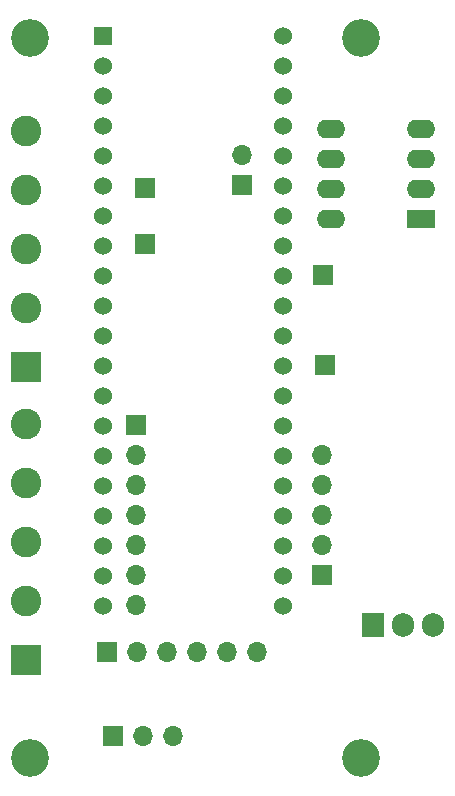
<source format=gbr>
%TF.GenerationSoftware,KiCad,Pcbnew,8.0.2-8.0.2-0~ubuntu22.04.1*%
%TF.CreationDate,2024-05-22T12:01:21+02:00*%
%TF.ProjectId,Tachoconverter,54616368-6f63-46f6-9e76-65727465722e,rev?*%
%TF.SameCoordinates,Original*%
%TF.FileFunction,Soldermask,Top*%
%TF.FilePolarity,Negative*%
%FSLAX46Y46*%
G04 Gerber Fmt 4.6, Leading zero omitted, Abs format (unit mm)*
G04 Created by KiCad (PCBNEW 8.0.2-8.0.2-0~ubuntu22.04.1) date 2024-05-22 12:01:21*
%MOMM*%
%LPD*%
G01*
G04 APERTURE LIST*
%ADD10R,1.905000X2.000000*%
%ADD11O,1.905000X2.000000*%
%ADD12R,1.700000X1.700000*%
%ADD13O,1.700000X1.700000*%
%ADD14C,3.200000*%
%ADD15R,2.600000X2.600000*%
%ADD16C,2.600000*%
%ADD17R,2.400000X1.600000*%
%ADD18O,2.400000X1.600000*%
%ADD19R,1.524000X1.524000*%
%ADD20C,1.524000*%
G04 APERTURE END LIST*
D10*
%TO.C,U2*%
X168021000Y-124714000D03*
D11*
X170561000Y-124714000D03*
X173101000Y-124714000D03*
%TD*%
D12*
%TO.C,JP1*%
X146050000Y-134112000D03*
D13*
X148590000Y-134112000D03*
X151130000Y-134112000D03*
%TD*%
D12*
%TO.C,J10*%
X163703000Y-120523000D03*
D13*
X163703000Y-117983000D03*
X163703000Y-115443000D03*
X163703000Y-112903000D03*
X163703000Y-110363000D03*
%TD*%
D14*
%TO.C,H3*%
X139000000Y-75000000D03*
%TD*%
D15*
%TO.C,J3*%
X138684000Y-127682000D03*
D16*
X138684000Y-122682000D03*
X138684000Y-117682000D03*
X138684000Y-112682000D03*
X138684000Y-107682000D03*
%TD*%
D17*
%TO.C,U1*%
X172151000Y-90382000D03*
D18*
X172151000Y-87842000D03*
X172151000Y-85302000D03*
X172151000Y-82762000D03*
X164531000Y-82762000D03*
X164531000Y-85302000D03*
X164531000Y-87842000D03*
X164531000Y-90382000D03*
%TD*%
D14*
%TO.C,H1*%
X167000000Y-136000000D03*
%TD*%
D12*
%TO.C,J8*%
X163957000Y-102743000D03*
%TD*%
%TO.C,J7*%
X163830000Y-95123000D03*
%TD*%
%TO.C,J9*%
X148717000Y-92456000D03*
%TD*%
%TO.C,J4*%
X148717000Y-87757000D03*
%TD*%
%TO.C,J6*%
X147955000Y-107823000D03*
D13*
X147955000Y-110363000D03*
X147955000Y-112903000D03*
X147955000Y-115443000D03*
X147955000Y-117983000D03*
X147955000Y-120523000D03*
X147955000Y-123063000D03*
%TD*%
D19*
%TO.C,A1*%
X145180000Y-74828000D03*
D20*
X145180000Y-77368000D03*
X145180000Y-79908000D03*
X145180000Y-82448000D03*
X145180000Y-84988000D03*
X145180000Y-87528000D03*
X145180000Y-90068000D03*
X145180000Y-92608000D03*
X145180000Y-95148000D03*
X145180000Y-97688000D03*
X145180000Y-100228000D03*
X145180000Y-102768000D03*
X145180000Y-105308000D03*
X145180000Y-107848000D03*
X145180000Y-110388000D03*
X145180000Y-112928000D03*
X145180000Y-115468000D03*
X145180000Y-118008000D03*
X145180000Y-120548000D03*
X145180000Y-123088000D03*
X160420000Y-123088000D03*
X160420000Y-120548000D03*
X160420000Y-118008000D03*
X160420000Y-115468000D03*
X160420000Y-112928000D03*
X160420000Y-110388000D03*
X160420000Y-107848000D03*
X160420000Y-105308000D03*
X160420000Y-102768000D03*
X160420000Y-100228000D03*
X160420000Y-97688000D03*
X160420000Y-95148000D03*
X160420000Y-92608000D03*
X160420000Y-90068000D03*
X160420000Y-87528000D03*
X160420000Y-84988000D03*
X160420000Y-82448000D03*
X160420000Y-79908000D03*
X160420000Y-77368000D03*
X160420000Y-74828000D03*
%TD*%
D14*
%TO.C,H4*%
X139000000Y-136000000D03*
%TD*%
D15*
%TO.C,J1*%
X138684000Y-102870000D03*
D16*
X138684000Y-97870000D03*
X138684000Y-92870000D03*
X138684000Y-87870000D03*
X138684000Y-82870000D03*
%TD*%
D12*
%TO.C,J2*%
X145542000Y-127000000D03*
D13*
X148082000Y-127000000D03*
X150622000Y-127000000D03*
X153162000Y-127000000D03*
X155702000Y-127000000D03*
X158242000Y-127000000D03*
%TD*%
D14*
%TO.C,H2*%
X167000000Y-75000000D03*
%TD*%
D12*
%TO.C,J5*%
X156972000Y-87508000D03*
D13*
X156972000Y-84968000D03*
%TD*%
M02*

</source>
